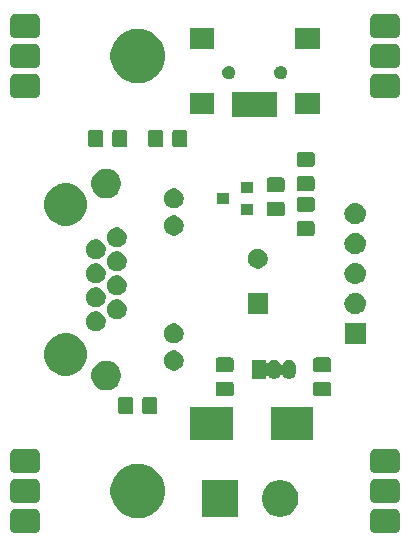
<source format=gts>
G04 #@! TF.GenerationSoftware,KiCad,Pcbnew,5.0.1+dfsg1-2*
G04 #@! TF.CreationDate,2018-12-02T21:23:52+01:00*
G04 #@! TF.ProjectId,rj45-sk6812-adapter,726A34352D736B363831322D61646170,rev?*
G04 #@! TF.SameCoordinates,Original*
G04 #@! TF.FileFunction,Soldermask,Top*
G04 #@! TF.FilePolarity,Negative*
%FSLAX46Y46*%
G04 Gerber Fmt 4.6, Leading zero omitted, Abs format (unit mm)*
G04 Created by KiCad (PCBNEW 5.0.1+dfsg1-2) date So 02 Dez 2018 21:23:52 CET*
%MOMM*%
%LPD*%
G01*
G04 APERTURE LIST*
%ADD10C,0.100000*%
G04 APERTURE END LIST*
D10*
G36*
X160263210Y-99923489D02*
X160349949Y-99949802D01*
X160429891Y-99992532D01*
X160499963Y-100050037D01*
X160557468Y-100120109D01*
X160600198Y-100200051D01*
X160626511Y-100286790D01*
X160636000Y-100383140D01*
X160636000Y-101546860D01*
X160626511Y-101643210D01*
X160600198Y-101729949D01*
X160557468Y-101809891D01*
X160499963Y-101879963D01*
X160429891Y-101937468D01*
X160349949Y-101980198D01*
X160263210Y-102006511D01*
X160166860Y-102016000D01*
X158603140Y-102016000D01*
X158506790Y-102006511D01*
X158420051Y-101980198D01*
X158340109Y-101937468D01*
X158270037Y-101879963D01*
X158212532Y-101809891D01*
X158169802Y-101729949D01*
X158143489Y-101643210D01*
X158134000Y-101546860D01*
X158134000Y-100383140D01*
X158143489Y-100286790D01*
X158169802Y-100200051D01*
X158212532Y-100120109D01*
X158270037Y-100050037D01*
X158340109Y-99992532D01*
X158420051Y-99949802D01*
X158506790Y-99923489D01*
X158603140Y-99914000D01*
X160166860Y-99914000D01*
X160263210Y-99923489D01*
X160263210Y-99923489D01*
G37*
G36*
X129783210Y-99923489D02*
X129869949Y-99949802D01*
X129949891Y-99992532D01*
X130019963Y-100050037D01*
X130077468Y-100120109D01*
X130120198Y-100200051D01*
X130146511Y-100286790D01*
X130156000Y-100383140D01*
X130156000Y-101546860D01*
X130146511Y-101643210D01*
X130120198Y-101729949D01*
X130077468Y-101809891D01*
X130019963Y-101879963D01*
X129949891Y-101937468D01*
X129869949Y-101980198D01*
X129783210Y-102006511D01*
X129686860Y-102016000D01*
X128123140Y-102016000D01*
X128026790Y-102006511D01*
X127940051Y-101980198D01*
X127860109Y-101937468D01*
X127790037Y-101879963D01*
X127732532Y-101809891D01*
X127689802Y-101729949D01*
X127663489Y-101643210D01*
X127654000Y-101546860D01*
X127654000Y-100383140D01*
X127663489Y-100286790D01*
X127689802Y-100200051D01*
X127732532Y-100120109D01*
X127790037Y-100050037D01*
X127860109Y-99992532D01*
X127940051Y-99949802D01*
X128026790Y-99923489D01*
X128123140Y-99914000D01*
X129686860Y-99914000D01*
X129783210Y-99923489D01*
X129783210Y-99923489D01*
G37*
G36*
X138878903Y-96168213D02*
X139101177Y-96212426D01*
X139519932Y-96385880D01*
X139896802Y-96637696D01*
X140217304Y-96958198D01*
X140469120Y-97335068D01*
X140642574Y-97753823D01*
X140731000Y-98198371D01*
X140731000Y-98651629D01*
X140642574Y-99096177D01*
X140469120Y-99514932D01*
X140217304Y-99891802D01*
X139896802Y-100212304D01*
X139519932Y-100464120D01*
X139101177Y-100637574D01*
X138878903Y-100681787D01*
X138656630Y-100726000D01*
X138203370Y-100726000D01*
X137981097Y-100681787D01*
X137758823Y-100637574D01*
X137340068Y-100464120D01*
X136963198Y-100212304D01*
X136642696Y-99891802D01*
X136390880Y-99514932D01*
X136217426Y-99096177D01*
X136129000Y-98651629D01*
X136129000Y-98198371D01*
X136217426Y-97753823D01*
X136390880Y-97335068D01*
X136642696Y-96958198D01*
X136963198Y-96637696D01*
X137340068Y-96385880D01*
X137758823Y-96212426D01*
X137981097Y-96168213D01*
X138203370Y-96124000D01*
X138656630Y-96124000D01*
X138878903Y-96168213D01*
X138878903Y-96168213D01*
G37*
G36*
X150847527Y-97548736D02*
X150947410Y-97568604D01*
X151229674Y-97685521D01*
X151483705Y-97855259D01*
X151699741Y-98071295D01*
X151869479Y-98325326D01*
X151986396Y-98607590D01*
X152046000Y-98907240D01*
X152046000Y-99212760D01*
X151986396Y-99512410D01*
X151869479Y-99794674D01*
X151699741Y-100048705D01*
X151483705Y-100264741D01*
X151229674Y-100434479D01*
X150947410Y-100551396D01*
X150847527Y-100571264D01*
X150647762Y-100611000D01*
X150342238Y-100611000D01*
X150142473Y-100571264D01*
X150042590Y-100551396D01*
X149760326Y-100434479D01*
X149506295Y-100264741D01*
X149290259Y-100048705D01*
X149120521Y-99794674D01*
X149003604Y-99512410D01*
X148944000Y-99212760D01*
X148944000Y-98907240D01*
X149003604Y-98607590D01*
X149120521Y-98325326D01*
X149290259Y-98071295D01*
X149506295Y-97855259D01*
X149760326Y-97685521D01*
X150042590Y-97568604D01*
X150142473Y-97548736D01*
X150342238Y-97509000D01*
X150647762Y-97509000D01*
X150847527Y-97548736D01*
X150847527Y-97548736D01*
G37*
G36*
X146966000Y-100611000D02*
X143864000Y-100611000D01*
X143864000Y-97509000D01*
X146966000Y-97509000D01*
X146966000Y-100611000D01*
X146966000Y-100611000D01*
G37*
G36*
X129783210Y-97383489D02*
X129869949Y-97409802D01*
X129949891Y-97452532D01*
X130019963Y-97510037D01*
X130077468Y-97580109D01*
X130120198Y-97660051D01*
X130146511Y-97746790D01*
X130156000Y-97843140D01*
X130156000Y-99006860D01*
X130146511Y-99103210D01*
X130120198Y-99189949D01*
X130077468Y-99269891D01*
X130019963Y-99339963D01*
X129949891Y-99397468D01*
X129869949Y-99440198D01*
X129783210Y-99466511D01*
X129686860Y-99476000D01*
X128123140Y-99476000D01*
X128026790Y-99466511D01*
X127940051Y-99440198D01*
X127860109Y-99397468D01*
X127790037Y-99339963D01*
X127732532Y-99269891D01*
X127689802Y-99189949D01*
X127663489Y-99103210D01*
X127654000Y-99006860D01*
X127654000Y-97843140D01*
X127663489Y-97746790D01*
X127689802Y-97660051D01*
X127732532Y-97580109D01*
X127790037Y-97510037D01*
X127860109Y-97452532D01*
X127940051Y-97409802D01*
X128026790Y-97383489D01*
X128123140Y-97374000D01*
X129686860Y-97374000D01*
X129783210Y-97383489D01*
X129783210Y-97383489D01*
G37*
G36*
X160263210Y-97383489D02*
X160349949Y-97409802D01*
X160429891Y-97452532D01*
X160499963Y-97510037D01*
X160557468Y-97580109D01*
X160600198Y-97660051D01*
X160626511Y-97746790D01*
X160636000Y-97843140D01*
X160636000Y-99006860D01*
X160626511Y-99103210D01*
X160600198Y-99189949D01*
X160557468Y-99269891D01*
X160499963Y-99339963D01*
X160429891Y-99397468D01*
X160349949Y-99440198D01*
X160263210Y-99466511D01*
X160166860Y-99476000D01*
X158603140Y-99476000D01*
X158506790Y-99466511D01*
X158420051Y-99440198D01*
X158340109Y-99397468D01*
X158270037Y-99339963D01*
X158212532Y-99269891D01*
X158169802Y-99189949D01*
X158143489Y-99103210D01*
X158134000Y-99006860D01*
X158134000Y-97843140D01*
X158143489Y-97746790D01*
X158169802Y-97660051D01*
X158212532Y-97580109D01*
X158270037Y-97510037D01*
X158340109Y-97452532D01*
X158420051Y-97409802D01*
X158506790Y-97383489D01*
X158603140Y-97374000D01*
X160166860Y-97374000D01*
X160263210Y-97383489D01*
X160263210Y-97383489D01*
G37*
G36*
X160263210Y-94843489D02*
X160349949Y-94869802D01*
X160429891Y-94912532D01*
X160499963Y-94970037D01*
X160557468Y-95040109D01*
X160600198Y-95120051D01*
X160626511Y-95206790D01*
X160636000Y-95303140D01*
X160636000Y-96466860D01*
X160626511Y-96563210D01*
X160600198Y-96649949D01*
X160557468Y-96729891D01*
X160499963Y-96799963D01*
X160429891Y-96857468D01*
X160349949Y-96900198D01*
X160263210Y-96926511D01*
X160166860Y-96936000D01*
X158603140Y-96936000D01*
X158506790Y-96926511D01*
X158420051Y-96900198D01*
X158340109Y-96857468D01*
X158270037Y-96799963D01*
X158212532Y-96729891D01*
X158169802Y-96649949D01*
X158143489Y-96563210D01*
X158134000Y-96466860D01*
X158134000Y-95303140D01*
X158143489Y-95206790D01*
X158169802Y-95120051D01*
X158212532Y-95040109D01*
X158270037Y-94970037D01*
X158340109Y-94912532D01*
X158420051Y-94869802D01*
X158506790Y-94843489D01*
X158603140Y-94834000D01*
X160166860Y-94834000D01*
X160263210Y-94843489D01*
X160263210Y-94843489D01*
G37*
G36*
X129783210Y-94843489D02*
X129869949Y-94869802D01*
X129949891Y-94912532D01*
X130019963Y-94970037D01*
X130077468Y-95040109D01*
X130120198Y-95120051D01*
X130146511Y-95206790D01*
X130156000Y-95303140D01*
X130156000Y-96466860D01*
X130146511Y-96563210D01*
X130120198Y-96649949D01*
X130077468Y-96729891D01*
X130019963Y-96799963D01*
X129949891Y-96857468D01*
X129869949Y-96900198D01*
X129783210Y-96926511D01*
X129686860Y-96936000D01*
X128123140Y-96936000D01*
X128026790Y-96926511D01*
X127940051Y-96900198D01*
X127860109Y-96857468D01*
X127790037Y-96799963D01*
X127732532Y-96729891D01*
X127689802Y-96649949D01*
X127663489Y-96563210D01*
X127654000Y-96466860D01*
X127654000Y-95303140D01*
X127663489Y-95206790D01*
X127689802Y-95120051D01*
X127732532Y-95040109D01*
X127790037Y-94970037D01*
X127860109Y-94912532D01*
X127940051Y-94869802D01*
X128026790Y-94843489D01*
X128123140Y-94834000D01*
X129686860Y-94834000D01*
X129783210Y-94843489D01*
X129783210Y-94843489D01*
G37*
G36*
X146483000Y-94111000D02*
X142881000Y-94111000D01*
X142881000Y-91309000D01*
X146483000Y-91309000D01*
X146483000Y-94111000D01*
X146483000Y-94111000D01*
G37*
G36*
X153283000Y-94111000D02*
X149681000Y-94111000D01*
X149681000Y-91309000D01*
X153283000Y-91309000D01*
X153283000Y-94111000D01*
X153283000Y-94111000D01*
G37*
G36*
X139918677Y-90439465D02*
X139956364Y-90450898D01*
X139991103Y-90469466D01*
X140021548Y-90494452D01*
X140046534Y-90524897D01*
X140065102Y-90559636D01*
X140076535Y-90597323D01*
X140081000Y-90642661D01*
X140081000Y-91729339D01*
X140076535Y-91774677D01*
X140065102Y-91812364D01*
X140046534Y-91847103D01*
X140021548Y-91877548D01*
X139991103Y-91902534D01*
X139956364Y-91921102D01*
X139918677Y-91932535D01*
X139873339Y-91937000D01*
X139036661Y-91937000D01*
X138991323Y-91932535D01*
X138953636Y-91921102D01*
X138918897Y-91902534D01*
X138888452Y-91877548D01*
X138863466Y-91847103D01*
X138844898Y-91812364D01*
X138833465Y-91774677D01*
X138829000Y-91729339D01*
X138829000Y-90642661D01*
X138833465Y-90597323D01*
X138844898Y-90559636D01*
X138863466Y-90524897D01*
X138888452Y-90494452D01*
X138918897Y-90469466D01*
X138953636Y-90450898D01*
X138991323Y-90439465D01*
X139036661Y-90435000D01*
X139873339Y-90435000D01*
X139918677Y-90439465D01*
X139918677Y-90439465D01*
G37*
G36*
X137868677Y-90439465D02*
X137906364Y-90450898D01*
X137941103Y-90469466D01*
X137971548Y-90494452D01*
X137996534Y-90524897D01*
X138015102Y-90559636D01*
X138026535Y-90597323D01*
X138031000Y-90642661D01*
X138031000Y-91729339D01*
X138026535Y-91774677D01*
X138015102Y-91812364D01*
X137996534Y-91847103D01*
X137971548Y-91877548D01*
X137941103Y-91902534D01*
X137906364Y-91921102D01*
X137868677Y-91932535D01*
X137823339Y-91937000D01*
X136986661Y-91937000D01*
X136941323Y-91932535D01*
X136903636Y-91921102D01*
X136868897Y-91902534D01*
X136838452Y-91877548D01*
X136813466Y-91847103D01*
X136794898Y-91812364D01*
X136783465Y-91774677D01*
X136779000Y-91729339D01*
X136779000Y-90642661D01*
X136783465Y-90597323D01*
X136794898Y-90559636D01*
X136813466Y-90524897D01*
X136838452Y-90494452D01*
X136868897Y-90469466D01*
X136903636Y-90450898D01*
X136941323Y-90439465D01*
X136986661Y-90435000D01*
X137823339Y-90435000D01*
X137868677Y-90439465D01*
X137868677Y-90439465D01*
G37*
G36*
X146384677Y-89176465D02*
X146422364Y-89187898D01*
X146457103Y-89206466D01*
X146487548Y-89231452D01*
X146512534Y-89261897D01*
X146531102Y-89296636D01*
X146542535Y-89334323D01*
X146547000Y-89379661D01*
X146547000Y-90216339D01*
X146542535Y-90261677D01*
X146531102Y-90299364D01*
X146512534Y-90334103D01*
X146487548Y-90364548D01*
X146457103Y-90389534D01*
X146422364Y-90408102D01*
X146384677Y-90419535D01*
X146339339Y-90424000D01*
X145252661Y-90424000D01*
X145207323Y-90419535D01*
X145169636Y-90408102D01*
X145134897Y-90389534D01*
X145104452Y-90364548D01*
X145079466Y-90334103D01*
X145060898Y-90299364D01*
X145049465Y-90261677D01*
X145045000Y-90216339D01*
X145045000Y-89379661D01*
X145049465Y-89334323D01*
X145060898Y-89296636D01*
X145079466Y-89261897D01*
X145104452Y-89231452D01*
X145134897Y-89206466D01*
X145169636Y-89187898D01*
X145207323Y-89176465D01*
X145252661Y-89172000D01*
X146339339Y-89172000D01*
X146384677Y-89176465D01*
X146384677Y-89176465D01*
G37*
G36*
X154639677Y-89176465D02*
X154677364Y-89187898D01*
X154712103Y-89206466D01*
X154742548Y-89231452D01*
X154767534Y-89261897D01*
X154786102Y-89296636D01*
X154797535Y-89334323D01*
X154802000Y-89379661D01*
X154802000Y-90216339D01*
X154797535Y-90261677D01*
X154786102Y-90299364D01*
X154767534Y-90334103D01*
X154742548Y-90364548D01*
X154712103Y-90389534D01*
X154677364Y-90408102D01*
X154639677Y-90419535D01*
X154594339Y-90424000D01*
X153507661Y-90424000D01*
X153462323Y-90419535D01*
X153424636Y-90408102D01*
X153389897Y-90389534D01*
X153359452Y-90364548D01*
X153334466Y-90334103D01*
X153315898Y-90299364D01*
X153304465Y-90261677D01*
X153300000Y-90216339D01*
X153300000Y-89379661D01*
X153304465Y-89334323D01*
X153315898Y-89296636D01*
X153334466Y-89261897D01*
X153359452Y-89231452D01*
X153389897Y-89206466D01*
X153424636Y-89187898D01*
X153462323Y-89176465D01*
X153507661Y-89172000D01*
X154594339Y-89172000D01*
X154639677Y-89176465D01*
X154639677Y-89176465D01*
G37*
G36*
X135947635Y-87409019D02*
X136128903Y-87445075D01*
X136356571Y-87539378D01*
X136556337Y-87672858D01*
X136561469Y-87676287D01*
X136735713Y-87850531D01*
X136735715Y-87850534D01*
X136872622Y-88055429D01*
X136966925Y-88283097D01*
X137015000Y-88524787D01*
X137015000Y-88771213D01*
X136966925Y-89012903D01*
X136872622Y-89240571D01*
X136772058Y-89391075D01*
X136735713Y-89445469D01*
X136561469Y-89619713D01*
X136561466Y-89619715D01*
X136356571Y-89756622D01*
X136128903Y-89850925D01*
X135947635Y-89886981D01*
X135887214Y-89899000D01*
X135640786Y-89899000D01*
X135580365Y-89886981D01*
X135399097Y-89850925D01*
X135171429Y-89756622D01*
X134966534Y-89619715D01*
X134966531Y-89619713D01*
X134792287Y-89445469D01*
X134755942Y-89391075D01*
X134655378Y-89240571D01*
X134561075Y-89012903D01*
X134513000Y-88771213D01*
X134513000Y-88524787D01*
X134561075Y-88283097D01*
X134655378Y-88055429D01*
X134792285Y-87850534D01*
X134792287Y-87850531D01*
X134966531Y-87676287D01*
X134971663Y-87672858D01*
X135171429Y-87539378D01*
X135399097Y-87445075D01*
X135580365Y-87409019D01*
X135640786Y-87397000D01*
X135887214Y-87397000D01*
X135947635Y-87409019D01*
X135947635Y-87409019D01*
G37*
G36*
X151369915Y-87345334D02*
X151478491Y-87378271D01*
X151578556Y-87431756D01*
X151666264Y-87503736D01*
X151738244Y-87591443D01*
X151791729Y-87691508D01*
X151824666Y-87800084D01*
X151833000Y-87884702D01*
X151833000Y-88391297D01*
X151824666Y-88475916D01*
X151791729Y-88584492D01*
X151738244Y-88684557D01*
X151666264Y-88772264D01*
X151578557Y-88844244D01*
X151478492Y-88897729D01*
X151369916Y-88930666D01*
X151257000Y-88941787D01*
X151144085Y-88930666D01*
X151035509Y-88897729D01*
X150935444Y-88844244D01*
X150847737Y-88772264D01*
X150775757Y-88684557D01*
X150767442Y-88669000D01*
X150732240Y-88603143D01*
X150718627Y-88582768D01*
X150701299Y-88565441D01*
X150680925Y-88551827D01*
X150658286Y-88542450D01*
X150634253Y-88537669D01*
X150609748Y-88537669D01*
X150585715Y-88542449D01*
X150563076Y-88551827D01*
X150542701Y-88565440D01*
X150525374Y-88582768D01*
X150511760Y-88603143D01*
X150468244Y-88684557D01*
X150396264Y-88772264D01*
X150308557Y-88844244D01*
X150208492Y-88897729D01*
X150099916Y-88930666D01*
X149987000Y-88941787D01*
X149874085Y-88930666D01*
X149765509Y-88897729D01*
X149665444Y-88844244D01*
X149577737Y-88772264D01*
X149514626Y-88695364D01*
X149497299Y-88678036D01*
X149476924Y-88664423D01*
X149454285Y-88655045D01*
X149430252Y-88650265D01*
X149405748Y-88650265D01*
X149381714Y-88655046D01*
X149359075Y-88664423D01*
X149338701Y-88678037D01*
X149321373Y-88695364D01*
X149307760Y-88715739D01*
X149298382Y-88738378D01*
X149293000Y-88774663D01*
X149293000Y-88939000D01*
X148141000Y-88939000D01*
X148141000Y-87337000D01*
X149293000Y-87337000D01*
X149293000Y-87501337D01*
X149295402Y-87525723D01*
X149302515Y-87549172D01*
X149314066Y-87570783D01*
X149329612Y-87589725D01*
X149348554Y-87605271D01*
X149370165Y-87616822D01*
X149393614Y-87623935D01*
X149418000Y-87626337D01*
X149442386Y-87623935D01*
X149465835Y-87616822D01*
X149487446Y-87605271D01*
X149514626Y-87580636D01*
X149548485Y-87539379D01*
X149577736Y-87503736D01*
X149665443Y-87431756D01*
X149765508Y-87378271D01*
X149874084Y-87345334D01*
X149987000Y-87334213D01*
X150099915Y-87345334D01*
X150208491Y-87378271D01*
X150308556Y-87431756D01*
X150396264Y-87503736D01*
X150468244Y-87591443D01*
X150511767Y-87672869D01*
X150525373Y-87693232D01*
X150542700Y-87710560D01*
X150563075Y-87724174D01*
X150585713Y-87733551D01*
X150609747Y-87738332D01*
X150634251Y-87738332D01*
X150658285Y-87733552D01*
X150680924Y-87724175D01*
X150701298Y-87710561D01*
X150718626Y-87693234D01*
X150732240Y-87672858D01*
X150775756Y-87591444D01*
X150818485Y-87539379D01*
X150847736Y-87503736D01*
X150935443Y-87431756D01*
X151035508Y-87378271D01*
X151144084Y-87345334D01*
X151257000Y-87334213D01*
X151369915Y-87345334D01*
X151369915Y-87345334D01*
G37*
G36*
X132859331Y-85136211D02*
X133187092Y-85271974D01*
X133482073Y-85469074D01*
X133732926Y-85719927D01*
X133930026Y-86014908D01*
X134065789Y-86342669D01*
X134135000Y-86690616D01*
X134135000Y-87045384D01*
X134065789Y-87393331D01*
X133930026Y-87721092D01*
X133732926Y-88016073D01*
X133482073Y-88266926D01*
X133187092Y-88464026D01*
X132859331Y-88599789D01*
X132511384Y-88669000D01*
X132156616Y-88669000D01*
X131808669Y-88599789D01*
X131480908Y-88464026D01*
X131185927Y-88266926D01*
X130935074Y-88016073D01*
X130737974Y-87721092D01*
X130602211Y-87393331D01*
X130533000Y-87045384D01*
X130533000Y-86690616D01*
X130602211Y-86342669D01*
X130737974Y-86014908D01*
X130935074Y-85719927D01*
X131185927Y-85469074D01*
X131480908Y-85271974D01*
X131808669Y-85136211D01*
X132156616Y-85067000D01*
X132511384Y-85067000D01*
X132859331Y-85136211D01*
X132859331Y-85136211D01*
G37*
G36*
X146384677Y-87126465D02*
X146422364Y-87137898D01*
X146457103Y-87156466D01*
X146487548Y-87181452D01*
X146512534Y-87211897D01*
X146531102Y-87246636D01*
X146542535Y-87284323D01*
X146547000Y-87329661D01*
X146547000Y-88166339D01*
X146542535Y-88211677D01*
X146531102Y-88249364D01*
X146512534Y-88284103D01*
X146487548Y-88314548D01*
X146457103Y-88339534D01*
X146422364Y-88358102D01*
X146384677Y-88369535D01*
X146339339Y-88374000D01*
X145252661Y-88374000D01*
X145207323Y-88369535D01*
X145169636Y-88358102D01*
X145134897Y-88339534D01*
X145104452Y-88314548D01*
X145079466Y-88284103D01*
X145060898Y-88249364D01*
X145049465Y-88211677D01*
X145045000Y-88166339D01*
X145045000Y-87329661D01*
X145049465Y-87284323D01*
X145060898Y-87246636D01*
X145079466Y-87211897D01*
X145104452Y-87181452D01*
X145134897Y-87156466D01*
X145169636Y-87137898D01*
X145207323Y-87126465D01*
X145252661Y-87122000D01*
X146339339Y-87122000D01*
X146384677Y-87126465D01*
X146384677Y-87126465D01*
G37*
G36*
X154639677Y-87126465D02*
X154677364Y-87137898D01*
X154712103Y-87156466D01*
X154742548Y-87181452D01*
X154767534Y-87211897D01*
X154786102Y-87246636D01*
X154797535Y-87284323D01*
X154802000Y-87329661D01*
X154802000Y-88166339D01*
X154797535Y-88211677D01*
X154786102Y-88249364D01*
X154767534Y-88284103D01*
X154742548Y-88314548D01*
X154712103Y-88339534D01*
X154677364Y-88358102D01*
X154639677Y-88369535D01*
X154594339Y-88374000D01*
X153507661Y-88374000D01*
X153462323Y-88369535D01*
X153424636Y-88358102D01*
X153389897Y-88339534D01*
X153359452Y-88314548D01*
X153334466Y-88284103D01*
X153315898Y-88249364D01*
X153304465Y-88211677D01*
X153300000Y-88166339D01*
X153300000Y-87329661D01*
X153304465Y-87284323D01*
X153315898Y-87246636D01*
X153334466Y-87211897D01*
X153359452Y-87181452D01*
X153389897Y-87156466D01*
X153424636Y-87137898D01*
X153462323Y-87126465D01*
X153507661Y-87122000D01*
X154594339Y-87122000D01*
X154639677Y-87126465D01*
X154639677Y-87126465D01*
G37*
G36*
X141722228Y-86559703D02*
X141877100Y-86623853D01*
X142016481Y-86716985D01*
X142135015Y-86835519D01*
X142228147Y-86974900D01*
X142292297Y-87129772D01*
X142325000Y-87294184D01*
X142325000Y-87461816D01*
X142292297Y-87626228D01*
X142228147Y-87781100D01*
X142135015Y-87920481D01*
X142016481Y-88039015D01*
X141877100Y-88132147D01*
X141722228Y-88196297D01*
X141557816Y-88229000D01*
X141390184Y-88229000D01*
X141225772Y-88196297D01*
X141070900Y-88132147D01*
X140931519Y-88039015D01*
X140812985Y-87920481D01*
X140719853Y-87781100D01*
X140655703Y-87626228D01*
X140623000Y-87461816D01*
X140623000Y-87294184D01*
X140655703Y-87129772D01*
X140719853Y-86974900D01*
X140812985Y-86835519D01*
X140931519Y-86716985D01*
X141070900Y-86623853D01*
X141225772Y-86559703D01*
X141390184Y-86527000D01*
X141557816Y-86527000D01*
X141722228Y-86559703D01*
X141722228Y-86559703D01*
G37*
G36*
X157746000Y-85991000D02*
X155944000Y-85991000D01*
X155944000Y-84189000D01*
X157746000Y-84189000D01*
X157746000Y-85991000D01*
X157746000Y-85991000D01*
G37*
G36*
X141722228Y-84269703D02*
X141877100Y-84333853D01*
X142016481Y-84426985D01*
X142135015Y-84545519D01*
X142228147Y-84684900D01*
X142292297Y-84839772D01*
X142325000Y-85004184D01*
X142325000Y-85171816D01*
X142292297Y-85336228D01*
X142228147Y-85491100D01*
X142135015Y-85630481D01*
X142016481Y-85749015D01*
X141877100Y-85842147D01*
X141722228Y-85906297D01*
X141557816Y-85939000D01*
X141390184Y-85939000D01*
X141225772Y-85906297D01*
X141070900Y-85842147D01*
X140931519Y-85749015D01*
X140812985Y-85630481D01*
X140719853Y-85491100D01*
X140655703Y-85336228D01*
X140623000Y-85171816D01*
X140623000Y-85004184D01*
X140655703Y-84839772D01*
X140719853Y-84684900D01*
X140812985Y-84545519D01*
X140931519Y-84426985D01*
X141070900Y-84333853D01*
X141225772Y-84269703D01*
X141390184Y-84237000D01*
X141557816Y-84237000D01*
X141722228Y-84269703D01*
X141722228Y-84269703D01*
G37*
G36*
X135122228Y-83244703D02*
X135277100Y-83308853D01*
X135416481Y-83401985D01*
X135535015Y-83520519D01*
X135628147Y-83659900D01*
X135692297Y-83814772D01*
X135725000Y-83979184D01*
X135725000Y-84146816D01*
X135692297Y-84311228D01*
X135628147Y-84466100D01*
X135535015Y-84605481D01*
X135416481Y-84724015D01*
X135277100Y-84817147D01*
X135122228Y-84881297D01*
X134957816Y-84914000D01*
X134790184Y-84914000D01*
X134625772Y-84881297D01*
X134470900Y-84817147D01*
X134331519Y-84724015D01*
X134212985Y-84605481D01*
X134119853Y-84466100D01*
X134055703Y-84311228D01*
X134023000Y-84146816D01*
X134023000Y-83979184D01*
X134055703Y-83814772D01*
X134119853Y-83659900D01*
X134212985Y-83520519D01*
X134331519Y-83401985D01*
X134470900Y-83308853D01*
X134625772Y-83244703D01*
X134790184Y-83212000D01*
X134957816Y-83212000D01*
X135122228Y-83244703D01*
X135122228Y-83244703D01*
G37*
G36*
X136902228Y-82229703D02*
X137057100Y-82293853D01*
X137196481Y-82386985D01*
X137315015Y-82505519D01*
X137408147Y-82644900D01*
X137472297Y-82799772D01*
X137505000Y-82964184D01*
X137505000Y-83131816D01*
X137472297Y-83296228D01*
X137408147Y-83451100D01*
X137315015Y-83590481D01*
X137196481Y-83709015D01*
X137057100Y-83802147D01*
X136902228Y-83866297D01*
X136737816Y-83899000D01*
X136570184Y-83899000D01*
X136405772Y-83866297D01*
X136250900Y-83802147D01*
X136111519Y-83709015D01*
X135992985Y-83590481D01*
X135899853Y-83451100D01*
X135835703Y-83296228D01*
X135803000Y-83131816D01*
X135803000Y-82964184D01*
X135835703Y-82799772D01*
X135899853Y-82644900D01*
X135992985Y-82505519D01*
X136111519Y-82386985D01*
X136250900Y-82293853D01*
X136405772Y-82229703D01*
X136570184Y-82197000D01*
X136737816Y-82197000D01*
X136902228Y-82229703D01*
X136902228Y-82229703D01*
G37*
G36*
X156955443Y-81655519D02*
X157021627Y-81662037D01*
X157134853Y-81696384D01*
X157191467Y-81713557D01*
X157324699Y-81784772D01*
X157347991Y-81797222D01*
X157383729Y-81826552D01*
X157485186Y-81909814D01*
X157568448Y-82011271D01*
X157597778Y-82047009D01*
X157597779Y-82047011D01*
X157681443Y-82203533D01*
X157681443Y-82203534D01*
X157732963Y-82373373D01*
X157750359Y-82550000D01*
X157732963Y-82726627D01*
X157714605Y-82787146D01*
X157681443Y-82896467D01*
X157645247Y-82964184D01*
X157597778Y-83052991D01*
X157568448Y-83088729D01*
X157485186Y-83190186D01*
X157383729Y-83273448D01*
X157347991Y-83302778D01*
X157347989Y-83302779D01*
X157191467Y-83386443D01*
X157134853Y-83403616D01*
X157021627Y-83437963D01*
X156955443Y-83444481D01*
X156889260Y-83451000D01*
X156800740Y-83451000D01*
X156734557Y-83444481D01*
X156668373Y-83437963D01*
X156555147Y-83403616D01*
X156498533Y-83386443D01*
X156342011Y-83302779D01*
X156342009Y-83302778D01*
X156306271Y-83273448D01*
X156204814Y-83190186D01*
X156121552Y-83088729D01*
X156092222Y-83052991D01*
X156044753Y-82964184D01*
X156008557Y-82896467D01*
X155975395Y-82787146D01*
X155957037Y-82726627D01*
X155939641Y-82550000D01*
X155957037Y-82373373D01*
X156008557Y-82203534D01*
X156008557Y-82203533D01*
X156092221Y-82047011D01*
X156092222Y-82047009D01*
X156121552Y-82011271D01*
X156204814Y-81909814D01*
X156306271Y-81826552D01*
X156342009Y-81797222D01*
X156365301Y-81784772D01*
X156498533Y-81713557D01*
X156555147Y-81696384D01*
X156668373Y-81662037D01*
X156734557Y-81655519D01*
X156800740Y-81649000D01*
X156889260Y-81649000D01*
X156955443Y-81655519D01*
X156955443Y-81655519D01*
G37*
G36*
X149441000Y-83401000D02*
X147739000Y-83401000D01*
X147739000Y-81699000D01*
X149441000Y-81699000D01*
X149441000Y-83401000D01*
X149441000Y-83401000D01*
G37*
G36*
X135122228Y-81214703D02*
X135277100Y-81278853D01*
X135416481Y-81371985D01*
X135535015Y-81490519D01*
X135628147Y-81629900D01*
X135692297Y-81784772D01*
X135725000Y-81949184D01*
X135725000Y-82116816D01*
X135692297Y-82281228D01*
X135628147Y-82436100D01*
X135535015Y-82575481D01*
X135416481Y-82694015D01*
X135277100Y-82787147D01*
X135122228Y-82851297D01*
X134957816Y-82884000D01*
X134790184Y-82884000D01*
X134625772Y-82851297D01*
X134470900Y-82787147D01*
X134331519Y-82694015D01*
X134212985Y-82575481D01*
X134119853Y-82436100D01*
X134055703Y-82281228D01*
X134023000Y-82116816D01*
X134023000Y-81949184D01*
X134055703Y-81784772D01*
X134119853Y-81629900D01*
X134212985Y-81490519D01*
X134331519Y-81371985D01*
X134470900Y-81278853D01*
X134625772Y-81214703D01*
X134790184Y-81182000D01*
X134957816Y-81182000D01*
X135122228Y-81214703D01*
X135122228Y-81214703D01*
G37*
G36*
X136902228Y-80199703D02*
X137057100Y-80263853D01*
X137196481Y-80356985D01*
X137315015Y-80475519D01*
X137408147Y-80614900D01*
X137472297Y-80769772D01*
X137505000Y-80934184D01*
X137505000Y-81101816D01*
X137472297Y-81266228D01*
X137408147Y-81421100D01*
X137315015Y-81560481D01*
X137196481Y-81679015D01*
X137057100Y-81772147D01*
X136902228Y-81836297D01*
X136737816Y-81869000D01*
X136570184Y-81869000D01*
X136405772Y-81836297D01*
X136250900Y-81772147D01*
X136111519Y-81679015D01*
X135992985Y-81560481D01*
X135899853Y-81421100D01*
X135835703Y-81266228D01*
X135803000Y-81101816D01*
X135803000Y-80934184D01*
X135835703Y-80769772D01*
X135899853Y-80614900D01*
X135992985Y-80475519D01*
X136111519Y-80356985D01*
X136250900Y-80263853D01*
X136405772Y-80199703D01*
X136570184Y-80167000D01*
X136737816Y-80167000D01*
X136902228Y-80199703D01*
X136902228Y-80199703D01*
G37*
G36*
X156955443Y-79115519D02*
X157021627Y-79122037D01*
X157120402Y-79152000D01*
X157191467Y-79173557D01*
X157308714Y-79236228D01*
X157347991Y-79257222D01*
X157383729Y-79286552D01*
X157485186Y-79369814D01*
X157568448Y-79471271D01*
X157597778Y-79507009D01*
X157597779Y-79507011D01*
X157681443Y-79663533D01*
X157681443Y-79663534D01*
X157732963Y-79833373D01*
X157750359Y-80010000D01*
X157732963Y-80186627D01*
X157709537Y-80263853D01*
X157681443Y-80356467D01*
X157654913Y-80406100D01*
X157597778Y-80512991D01*
X157571114Y-80545481D01*
X157485186Y-80650186D01*
X157383729Y-80733448D01*
X157347991Y-80762778D01*
X157347989Y-80762779D01*
X157191467Y-80846443D01*
X157166554Y-80854000D01*
X157021627Y-80897963D01*
X156955442Y-80904482D01*
X156889260Y-80911000D01*
X156800740Y-80911000D01*
X156734558Y-80904482D01*
X156668373Y-80897963D01*
X156523446Y-80854000D01*
X156498533Y-80846443D01*
X156342011Y-80762779D01*
X156342009Y-80762778D01*
X156306271Y-80733448D01*
X156204814Y-80650186D01*
X156118886Y-80545481D01*
X156092222Y-80512991D01*
X156035087Y-80406100D01*
X156008557Y-80356467D01*
X155980463Y-80263853D01*
X155957037Y-80186627D01*
X155939641Y-80010000D01*
X155957037Y-79833373D01*
X156008557Y-79663534D01*
X156008557Y-79663533D01*
X156092221Y-79507011D01*
X156092222Y-79507009D01*
X156121552Y-79471271D01*
X156204814Y-79369814D01*
X156306271Y-79286552D01*
X156342009Y-79257222D01*
X156381286Y-79236228D01*
X156498533Y-79173557D01*
X156569598Y-79152000D01*
X156668373Y-79122037D01*
X156734557Y-79115519D01*
X156800740Y-79109000D01*
X156889260Y-79109000D01*
X156955443Y-79115519D01*
X156955443Y-79115519D01*
G37*
G36*
X135122228Y-79184703D02*
X135277100Y-79248853D01*
X135416481Y-79341985D01*
X135535015Y-79460519D01*
X135628147Y-79599900D01*
X135692297Y-79754772D01*
X135725000Y-79919184D01*
X135725000Y-80086816D01*
X135692297Y-80251228D01*
X135628147Y-80406100D01*
X135535015Y-80545481D01*
X135416481Y-80664015D01*
X135277100Y-80757147D01*
X135122228Y-80821297D01*
X134957816Y-80854000D01*
X134790184Y-80854000D01*
X134625772Y-80821297D01*
X134470900Y-80757147D01*
X134331519Y-80664015D01*
X134212985Y-80545481D01*
X134119853Y-80406100D01*
X134055703Y-80251228D01*
X134023000Y-80086816D01*
X134023000Y-79919184D01*
X134055703Y-79754772D01*
X134119853Y-79599900D01*
X134212985Y-79460519D01*
X134331519Y-79341985D01*
X134470900Y-79248853D01*
X134625772Y-79184703D01*
X134790184Y-79152000D01*
X134957816Y-79152000D01*
X135122228Y-79184703D01*
X135122228Y-79184703D01*
G37*
G36*
X136902228Y-78169703D02*
X137057100Y-78233853D01*
X137196481Y-78326985D01*
X137315015Y-78445519D01*
X137408147Y-78584900D01*
X137472297Y-78739772D01*
X137505000Y-78904184D01*
X137505000Y-79071816D01*
X137472297Y-79236228D01*
X137408147Y-79391100D01*
X137315015Y-79530481D01*
X137196481Y-79649015D01*
X137057100Y-79742147D01*
X136902228Y-79806297D01*
X136737816Y-79839000D01*
X136570184Y-79839000D01*
X136405772Y-79806297D01*
X136250900Y-79742147D01*
X136111519Y-79649015D01*
X135992985Y-79530481D01*
X135899853Y-79391100D01*
X135835703Y-79236228D01*
X135803000Y-79071816D01*
X135803000Y-78904184D01*
X135835703Y-78739772D01*
X135899853Y-78584900D01*
X135992985Y-78445519D01*
X136111519Y-78326985D01*
X136250900Y-78233853D01*
X136405772Y-78169703D01*
X136570184Y-78137000D01*
X136737816Y-78137000D01*
X136902228Y-78169703D01*
X136902228Y-78169703D01*
G37*
G36*
X148838228Y-77931703D02*
X148993100Y-77995853D01*
X149132481Y-78088985D01*
X149251015Y-78207519D01*
X149344147Y-78346900D01*
X149408297Y-78501772D01*
X149441000Y-78666184D01*
X149441000Y-78833816D01*
X149408297Y-78998228D01*
X149344147Y-79153100D01*
X149251015Y-79292481D01*
X149132481Y-79411015D01*
X148993100Y-79504147D01*
X148838228Y-79568297D01*
X148673816Y-79601000D01*
X148506184Y-79601000D01*
X148341772Y-79568297D01*
X148186900Y-79504147D01*
X148047519Y-79411015D01*
X147928985Y-79292481D01*
X147835853Y-79153100D01*
X147771703Y-78998228D01*
X147739000Y-78833816D01*
X147739000Y-78666184D01*
X147771703Y-78501772D01*
X147835853Y-78346900D01*
X147928985Y-78207519D01*
X148047519Y-78088985D01*
X148186900Y-77995853D01*
X148341772Y-77931703D01*
X148506184Y-77899000D01*
X148673816Y-77899000D01*
X148838228Y-77931703D01*
X148838228Y-77931703D01*
G37*
G36*
X135122228Y-77154703D02*
X135277100Y-77218853D01*
X135416481Y-77311985D01*
X135535015Y-77430519D01*
X135628147Y-77569900D01*
X135692297Y-77724772D01*
X135725000Y-77889184D01*
X135725000Y-78056816D01*
X135692297Y-78221228D01*
X135628147Y-78376100D01*
X135535015Y-78515481D01*
X135416481Y-78634015D01*
X135277100Y-78727147D01*
X135122228Y-78791297D01*
X134957816Y-78824000D01*
X134790184Y-78824000D01*
X134625772Y-78791297D01*
X134470900Y-78727147D01*
X134331519Y-78634015D01*
X134212985Y-78515481D01*
X134119853Y-78376100D01*
X134055703Y-78221228D01*
X134023000Y-78056816D01*
X134023000Y-77889184D01*
X134055703Y-77724772D01*
X134119853Y-77569900D01*
X134212985Y-77430519D01*
X134331519Y-77311985D01*
X134470900Y-77218853D01*
X134625772Y-77154703D01*
X134790184Y-77122000D01*
X134957816Y-77122000D01*
X135122228Y-77154703D01*
X135122228Y-77154703D01*
G37*
G36*
X156955443Y-76575519D02*
X157021627Y-76582037D01*
X157133341Y-76615925D01*
X157191467Y-76633557D01*
X157264654Y-76672677D01*
X157347991Y-76717222D01*
X157381964Y-76745103D01*
X157485186Y-76829814D01*
X157568448Y-76931271D01*
X157597778Y-76967009D01*
X157597779Y-76967011D01*
X157681443Y-77123533D01*
X157681443Y-77123534D01*
X157732963Y-77293373D01*
X157750359Y-77470000D01*
X157732963Y-77646627D01*
X157713088Y-77712146D01*
X157681443Y-77816467D01*
X157619847Y-77931703D01*
X157597778Y-77972991D01*
X157568448Y-78008729D01*
X157485186Y-78110186D01*
X157383729Y-78193448D01*
X157347991Y-78222778D01*
X157347989Y-78222779D01*
X157191467Y-78306443D01*
X157134853Y-78323616D01*
X157021627Y-78357963D01*
X156955443Y-78364481D01*
X156889260Y-78371000D01*
X156800740Y-78371000D01*
X156734557Y-78364481D01*
X156668373Y-78357963D01*
X156555147Y-78323616D01*
X156498533Y-78306443D01*
X156342011Y-78222779D01*
X156342009Y-78222778D01*
X156306271Y-78193448D01*
X156204814Y-78110186D01*
X156121552Y-78008729D01*
X156092222Y-77972991D01*
X156070153Y-77931703D01*
X156008557Y-77816467D01*
X155976912Y-77712146D01*
X155957037Y-77646627D01*
X155939641Y-77470000D01*
X155957037Y-77293373D01*
X156008557Y-77123534D01*
X156008557Y-77123533D01*
X156092221Y-76967011D01*
X156092222Y-76967009D01*
X156121552Y-76931271D01*
X156204814Y-76829814D01*
X156308036Y-76745103D01*
X156342009Y-76717222D01*
X156425346Y-76672677D01*
X156498533Y-76633557D01*
X156556659Y-76615925D01*
X156668373Y-76582037D01*
X156734557Y-76575519D01*
X156800740Y-76569000D01*
X156889260Y-76569000D01*
X156955443Y-76575519D01*
X156955443Y-76575519D01*
G37*
G36*
X136902228Y-76139703D02*
X137057100Y-76203853D01*
X137196481Y-76296985D01*
X137315015Y-76415519D01*
X137408147Y-76554900D01*
X137472297Y-76709772D01*
X137505000Y-76874184D01*
X137505000Y-77041816D01*
X137472297Y-77206228D01*
X137408147Y-77361100D01*
X137315015Y-77500481D01*
X137196481Y-77619015D01*
X137057100Y-77712147D01*
X136902228Y-77776297D01*
X136737816Y-77809000D01*
X136570184Y-77809000D01*
X136405772Y-77776297D01*
X136250900Y-77712147D01*
X136111519Y-77619015D01*
X135992985Y-77500481D01*
X135899853Y-77361100D01*
X135835703Y-77206228D01*
X135803000Y-77041816D01*
X135803000Y-76874184D01*
X135835703Y-76709772D01*
X135899853Y-76554900D01*
X135992985Y-76415519D01*
X136111519Y-76296985D01*
X136250900Y-76203853D01*
X136405772Y-76139703D01*
X136570184Y-76107000D01*
X136737816Y-76107000D01*
X136902228Y-76139703D01*
X136902228Y-76139703D01*
G37*
G36*
X153242677Y-75587465D02*
X153280364Y-75598898D01*
X153315103Y-75617466D01*
X153345548Y-75642452D01*
X153370534Y-75672897D01*
X153389102Y-75707636D01*
X153400535Y-75745323D01*
X153405000Y-75790661D01*
X153405000Y-76627339D01*
X153400535Y-76672677D01*
X153389102Y-76710364D01*
X153370534Y-76745103D01*
X153345548Y-76775548D01*
X153315103Y-76800534D01*
X153280364Y-76819102D01*
X153242677Y-76830535D01*
X153197339Y-76835000D01*
X152110661Y-76835000D01*
X152065323Y-76830535D01*
X152027636Y-76819102D01*
X151992897Y-76800534D01*
X151962452Y-76775548D01*
X151937466Y-76745103D01*
X151918898Y-76710364D01*
X151907465Y-76672677D01*
X151903000Y-76627339D01*
X151903000Y-75790661D01*
X151907465Y-75745323D01*
X151918898Y-75707636D01*
X151937466Y-75672897D01*
X151962452Y-75642452D01*
X151992897Y-75617466D01*
X152027636Y-75598898D01*
X152065323Y-75587465D01*
X152110661Y-75583000D01*
X153197339Y-75583000D01*
X153242677Y-75587465D01*
X153242677Y-75587465D01*
G37*
G36*
X141722228Y-75129703D02*
X141877100Y-75193853D01*
X142016481Y-75286985D01*
X142135015Y-75405519D01*
X142228147Y-75544900D01*
X142292297Y-75699772D01*
X142325000Y-75864184D01*
X142325000Y-76031816D01*
X142292297Y-76196228D01*
X142228147Y-76351100D01*
X142135015Y-76490481D01*
X142016481Y-76609015D01*
X141877100Y-76702147D01*
X141722228Y-76766297D01*
X141557816Y-76799000D01*
X141390184Y-76799000D01*
X141225772Y-76766297D01*
X141070900Y-76702147D01*
X140931519Y-76609015D01*
X140812985Y-76490481D01*
X140719853Y-76351100D01*
X140655703Y-76196228D01*
X140623000Y-76031816D01*
X140623000Y-75864184D01*
X140655703Y-75699772D01*
X140719853Y-75544900D01*
X140812985Y-75405519D01*
X140931519Y-75286985D01*
X141070900Y-75193853D01*
X141225772Y-75129703D01*
X141390184Y-75097000D01*
X141557816Y-75097000D01*
X141722228Y-75129703D01*
X141722228Y-75129703D01*
G37*
G36*
X132859331Y-72436211D02*
X133187092Y-72571974D01*
X133482073Y-72769074D01*
X133732926Y-73019927D01*
X133930026Y-73314908D01*
X134065789Y-73642669D01*
X134135000Y-73990616D01*
X134135000Y-74345384D01*
X134065789Y-74693331D01*
X133930026Y-75021092D01*
X133732926Y-75316073D01*
X133482073Y-75566926D01*
X133187092Y-75764026D01*
X132859331Y-75899789D01*
X132511384Y-75969000D01*
X132156616Y-75969000D01*
X131808669Y-75899789D01*
X131480908Y-75764026D01*
X131185927Y-75566926D01*
X130935074Y-75316073D01*
X130737974Y-75021092D01*
X130602211Y-74693331D01*
X130533000Y-74345384D01*
X130533000Y-73990616D01*
X130602211Y-73642669D01*
X130737974Y-73314908D01*
X130935074Y-73019927D01*
X131185927Y-72769074D01*
X131480908Y-72571974D01*
X131808669Y-72436211D01*
X132156616Y-72367000D01*
X132511384Y-72367000D01*
X132859331Y-72436211D01*
X132859331Y-72436211D01*
G37*
G36*
X156955442Y-74035518D02*
X157021627Y-74042037D01*
X157084469Y-74061100D01*
X157191467Y-74093557D01*
X157277720Y-74139661D01*
X157347991Y-74177222D01*
X157376332Y-74200481D01*
X157485186Y-74289814D01*
X157530790Y-74345384D01*
X157597778Y-74427009D01*
X157597779Y-74427011D01*
X157681443Y-74583533D01*
X157681443Y-74583534D01*
X157732963Y-74753373D01*
X157750359Y-74930000D01*
X157732963Y-75106627D01*
X157709492Y-75184000D01*
X157681443Y-75276467D01*
X157612462Y-75405519D01*
X157597778Y-75432991D01*
X157568448Y-75468729D01*
X157485186Y-75570186D01*
X157413679Y-75628869D01*
X157347991Y-75682778D01*
X157347989Y-75682779D01*
X157191467Y-75766443D01*
X157134853Y-75783616D01*
X157021627Y-75817963D01*
X156955442Y-75824482D01*
X156889260Y-75831000D01*
X156800740Y-75831000D01*
X156734558Y-75824482D01*
X156668373Y-75817963D01*
X156555147Y-75783616D01*
X156498533Y-75766443D01*
X156342011Y-75682779D01*
X156342009Y-75682778D01*
X156276321Y-75628869D01*
X156204814Y-75570186D01*
X156121552Y-75468729D01*
X156092222Y-75432991D01*
X156077538Y-75405519D01*
X156008557Y-75276467D01*
X155980508Y-75184000D01*
X155957037Y-75106627D01*
X155939641Y-74930000D01*
X155957037Y-74753373D01*
X156008557Y-74583534D01*
X156008557Y-74583533D01*
X156092221Y-74427011D01*
X156092222Y-74427009D01*
X156159210Y-74345384D01*
X156204814Y-74289814D01*
X156313668Y-74200481D01*
X156342009Y-74177222D01*
X156412280Y-74139661D01*
X156498533Y-74093557D01*
X156605531Y-74061100D01*
X156668373Y-74042037D01*
X156734558Y-74035518D01*
X156800740Y-74029000D01*
X156889260Y-74029000D01*
X156955442Y-74035518D01*
X156955442Y-74035518D01*
G37*
G36*
X150702677Y-73936465D02*
X150740364Y-73947898D01*
X150775103Y-73966466D01*
X150805548Y-73991452D01*
X150830534Y-74021897D01*
X150849102Y-74056636D01*
X150860535Y-74094323D01*
X150865000Y-74139661D01*
X150865000Y-74976339D01*
X150860535Y-75021677D01*
X150849102Y-75059364D01*
X150830534Y-75094103D01*
X150805548Y-75124548D01*
X150775103Y-75149534D01*
X150740364Y-75168102D01*
X150702677Y-75179535D01*
X150657339Y-75184000D01*
X149570661Y-75184000D01*
X149525323Y-75179535D01*
X149487636Y-75168102D01*
X149452897Y-75149534D01*
X149422452Y-75124548D01*
X149397466Y-75094103D01*
X149378898Y-75059364D01*
X149367465Y-75021677D01*
X149363000Y-74976339D01*
X149363000Y-74139661D01*
X149367465Y-74094323D01*
X149378898Y-74056636D01*
X149397466Y-74021897D01*
X149422452Y-73991452D01*
X149452897Y-73966466D01*
X149487636Y-73947898D01*
X149525323Y-73936465D01*
X149570661Y-73932000D01*
X150657339Y-73932000D01*
X150702677Y-73936465D01*
X150702677Y-73936465D01*
G37*
G36*
X148186000Y-75061000D02*
X147184000Y-75061000D01*
X147184000Y-74159000D01*
X148186000Y-74159000D01*
X148186000Y-75061000D01*
X148186000Y-75061000D01*
G37*
G36*
X153242677Y-73537465D02*
X153280364Y-73548898D01*
X153315103Y-73567466D01*
X153345548Y-73592452D01*
X153370534Y-73622897D01*
X153389102Y-73657636D01*
X153400535Y-73695323D01*
X153405000Y-73740661D01*
X153405000Y-74577339D01*
X153400535Y-74622677D01*
X153389102Y-74660364D01*
X153370534Y-74695103D01*
X153345548Y-74725548D01*
X153315103Y-74750534D01*
X153280364Y-74769102D01*
X153242677Y-74780535D01*
X153197339Y-74785000D01*
X152110661Y-74785000D01*
X152065323Y-74780535D01*
X152027636Y-74769102D01*
X151992897Y-74750534D01*
X151962452Y-74725548D01*
X151937466Y-74695103D01*
X151918898Y-74660364D01*
X151907465Y-74622677D01*
X151903000Y-74577339D01*
X151903000Y-73740661D01*
X151907465Y-73695323D01*
X151918898Y-73657636D01*
X151937466Y-73622897D01*
X151962452Y-73592452D01*
X151992897Y-73567466D01*
X152027636Y-73548898D01*
X152065323Y-73537465D01*
X152110661Y-73533000D01*
X153197339Y-73533000D01*
X153242677Y-73537465D01*
X153242677Y-73537465D01*
G37*
G36*
X141722228Y-72839703D02*
X141877100Y-72903853D01*
X142016481Y-72996985D01*
X142135015Y-73115519D01*
X142228147Y-73254900D01*
X142292297Y-73409772D01*
X142325000Y-73574184D01*
X142325000Y-73741816D01*
X142292297Y-73906228D01*
X142228147Y-74061100D01*
X142135015Y-74200481D01*
X142016481Y-74319015D01*
X141877100Y-74412147D01*
X141722228Y-74476297D01*
X141557816Y-74509000D01*
X141390184Y-74509000D01*
X141225772Y-74476297D01*
X141070900Y-74412147D01*
X140931519Y-74319015D01*
X140812985Y-74200481D01*
X140719853Y-74061100D01*
X140655703Y-73906228D01*
X140623000Y-73741816D01*
X140623000Y-73574184D01*
X140655703Y-73409772D01*
X140719853Y-73254900D01*
X140812985Y-73115519D01*
X140931519Y-72996985D01*
X141070900Y-72903853D01*
X141225772Y-72839703D01*
X141390184Y-72807000D01*
X141557816Y-72807000D01*
X141722228Y-72839703D01*
X141722228Y-72839703D01*
G37*
G36*
X146186000Y-74111000D02*
X145184000Y-74111000D01*
X145184000Y-73209000D01*
X146186000Y-73209000D01*
X146186000Y-74111000D01*
X146186000Y-74111000D01*
G37*
G36*
X135947635Y-71149019D02*
X136128903Y-71185075D01*
X136356571Y-71279378D01*
X136560542Y-71415668D01*
X136561469Y-71416287D01*
X136735713Y-71590531D01*
X136735715Y-71590534D01*
X136872622Y-71795429D01*
X136966925Y-72023097D01*
X137015000Y-72264787D01*
X137015000Y-72511213D01*
X136966925Y-72752903D01*
X136872622Y-72980571D01*
X136752063Y-73161000D01*
X136735713Y-73185469D01*
X136561469Y-73359713D01*
X136561466Y-73359715D01*
X136356571Y-73496622D01*
X136128903Y-73590925D01*
X135968168Y-73622897D01*
X135887214Y-73639000D01*
X135640786Y-73639000D01*
X135559832Y-73622897D01*
X135399097Y-73590925D01*
X135171429Y-73496622D01*
X134966534Y-73359715D01*
X134966531Y-73359713D01*
X134792287Y-73185469D01*
X134775937Y-73161000D01*
X134655378Y-72980571D01*
X134561075Y-72752903D01*
X134513000Y-72511213D01*
X134513000Y-72264787D01*
X134561075Y-72023097D01*
X134655378Y-71795429D01*
X134792285Y-71590534D01*
X134792287Y-71590531D01*
X134966531Y-71416287D01*
X134967458Y-71415668D01*
X135171429Y-71279378D01*
X135399097Y-71185075D01*
X135580365Y-71149019D01*
X135640786Y-71137000D01*
X135887214Y-71137000D01*
X135947635Y-71149019D01*
X135947635Y-71149019D01*
G37*
G36*
X148186000Y-73161000D02*
X147184000Y-73161000D01*
X147184000Y-72259000D01*
X148186000Y-72259000D01*
X148186000Y-73161000D01*
X148186000Y-73161000D01*
G37*
G36*
X150702677Y-71886465D02*
X150740364Y-71897898D01*
X150775103Y-71916466D01*
X150805548Y-71941452D01*
X150830534Y-71971897D01*
X150849102Y-72006636D01*
X150860535Y-72044323D01*
X150865000Y-72089661D01*
X150865000Y-72926339D01*
X150860535Y-72971677D01*
X150849102Y-73009364D01*
X150830534Y-73044103D01*
X150805548Y-73074548D01*
X150775103Y-73099534D01*
X150740364Y-73118102D01*
X150702677Y-73129535D01*
X150657339Y-73134000D01*
X149570661Y-73134000D01*
X149525323Y-73129535D01*
X149487636Y-73118102D01*
X149452897Y-73099534D01*
X149422452Y-73074548D01*
X149397466Y-73044103D01*
X149378898Y-73009364D01*
X149367465Y-72971677D01*
X149363000Y-72926339D01*
X149363000Y-72089661D01*
X149367465Y-72044323D01*
X149378898Y-72006636D01*
X149397466Y-71971897D01*
X149422452Y-71941452D01*
X149452897Y-71916466D01*
X149487636Y-71897898D01*
X149525323Y-71886465D01*
X149570661Y-71882000D01*
X150657339Y-71882000D01*
X150702677Y-71886465D01*
X150702677Y-71886465D01*
G37*
G36*
X153242677Y-71777465D02*
X153280364Y-71788898D01*
X153315103Y-71807466D01*
X153345548Y-71832452D01*
X153370534Y-71862897D01*
X153389102Y-71897636D01*
X153400535Y-71935323D01*
X153405000Y-71980661D01*
X153405000Y-72817339D01*
X153400535Y-72862677D01*
X153389102Y-72900364D01*
X153370534Y-72935103D01*
X153345548Y-72965548D01*
X153315103Y-72990534D01*
X153280364Y-73009102D01*
X153242677Y-73020535D01*
X153197339Y-73025000D01*
X152110661Y-73025000D01*
X152065323Y-73020535D01*
X152027636Y-73009102D01*
X151992897Y-72990534D01*
X151962452Y-72965548D01*
X151937466Y-72935103D01*
X151918898Y-72900364D01*
X151907465Y-72862677D01*
X151903000Y-72817339D01*
X151903000Y-71980661D01*
X151907465Y-71935323D01*
X151918898Y-71897636D01*
X151937466Y-71862897D01*
X151962452Y-71832452D01*
X151992897Y-71807466D01*
X152027636Y-71788898D01*
X152065323Y-71777465D01*
X152110661Y-71773000D01*
X153197339Y-71773000D01*
X153242677Y-71777465D01*
X153242677Y-71777465D01*
G37*
G36*
X153242677Y-69727465D02*
X153280364Y-69738898D01*
X153315103Y-69757466D01*
X153345548Y-69782452D01*
X153370534Y-69812897D01*
X153389102Y-69847636D01*
X153400535Y-69885323D01*
X153405000Y-69930661D01*
X153405000Y-70767339D01*
X153400535Y-70812677D01*
X153389102Y-70850364D01*
X153370534Y-70885103D01*
X153345548Y-70915548D01*
X153315103Y-70940534D01*
X153280364Y-70959102D01*
X153242677Y-70970535D01*
X153197339Y-70975000D01*
X152110661Y-70975000D01*
X152065323Y-70970535D01*
X152027636Y-70959102D01*
X151992897Y-70940534D01*
X151962452Y-70915548D01*
X151937466Y-70885103D01*
X151918898Y-70850364D01*
X151907465Y-70812677D01*
X151903000Y-70767339D01*
X151903000Y-69930661D01*
X151907465Y-69885323D01*
X151918898Y-69847636D01*
X151937466Y-69812897D01*
X151962452Y-69782452D01*
X151992897Y-69757466D01*
X152027636Y-69738898D01*
X152065323Y-69727465D01*
X152110661Y-69723000D01*
X153197339Y-69723000D01*
X153242677Y-69727465D01*
X153242677Y-69727465D01*
G37*
G36*
X137378677Y-67833465D02*
X137416364Y-67844898D01*
X137451103Y-67863466D01*
X137481548Y-67888452D01*
X137506534Y-67918897D01*
X137525102Y-67953636D01*
X137536535Y-67991323D01*
X137541000Y-68036661D01*
X137541000Y-69123339D01*
X137536535Y-69168677D01*
X137525102Y-69206364D01*
X137506534Y-69241103D01*
X137481548Y-69271548D01*
X137451103Y-69296534D01*
X137416364Y-69315102D01*
X137378677Y-69326535D01*
X137333339Y-69331000D01*
X136496661Y-69331000D01*
X136451323Y-69326535D01*
X136413636Y-69315102D01*
X136378897Y-69296534D01*
X136348452Y-69271548D01*
X136323466Y-69241103D01*
X136304898Y-69206364D01*
X136293465Y-69168677D01*
X136289000Y-69123339D01*
X136289000Y-68036661D01*
X136293465Y-67991323D01*
X136304898Y-67953636D01*
X136323466Y-67918897D01*
X136348452Y-67888452D01*
X136378897Y-67863466D01*
X136413636Y-67844898D01*
X136451323Y-67833465D01*
X136496661Y-67829000D01*
X137333339Y-67829000D01*
X137378677Y-67833465D01*
X137378677Y-67833465D01*
G37*
G36*
X140408677Y-67833465D02*
X140446364Y-67844898D01*
X140481103Y-67863466D01*
X140511548Y-67888452D01*
X140536534Y-67918897D01*
X140555102Y-67953636D01*
X140566535Y-67991323D01*
X140571000Y-68036661D01*
X140571000Y-69123339D01*
X140566535Y-69168677D01*
X140555102Y-69206364D01*
X140536534Y-69241103D01*
X140511548Y-69271548D01*
X140481103Y-69296534D01*
X140446364Y-69315102D01*
X140408677Y-69326535D01*
X140363339Y-69331000D01*
X139526661Y-69331000D01*
X139481323Y-69326535D01*
X139443636Y-69315102D01*
X139408897Y-69296534D01*
X139378452Y-69271548D01*
X139353466Y-69241103D01*
X139334898Y-69206364D01*
X139323465Y-69168677D01*
X139319000Y-69123339D01*
X139319000Y-68036661D01*
X139323465Y-67991323D01*
X139334898Y-67953636D01*
X139353466Y-67918897D01*
X139378452Y-67888452D01*
X139408897Y-67863466D01*
X139443636Y-67844898D01*
X139481323Y-67833465D01*
X139526661Y-67829000D01*
X140363339Y-67829000D01*
X140408677Y-67833465D01*
X140408677Y-67833465D01*
G37*
G36*
X142458677Y-67833465D02*
X142496364Y-67844898D01*
X142531103Y-67863466D01*
X142561548Y-67888452D01*
X142586534Y-67918897D01*
X142605102Y-67953636D01*
X142616535Y-67991323D01*
X142621000Y-68036661D01*
X142621000Y-69123339D01*
X142616535Y-69168677D01*
X142605102Y-69206364D01*
X142586534Y-69241103D01*
X142561548Y-69271548D01*
X142531103Y-69296534D01*
X142496364Y-69315102D01*
X142458677Y-69326535D01*
X142413339Y-69331000D01*
X141576661Y-69331000D01*
X141531323Y-69326535D01*
X141493636Y-69315102D01*
X141458897Y-69296534D01*
X141428452Y-69271548D01*
X141403466Y-69241103D01*
X141384898Y-69206364D01*
X141373465Y-69168677D01*
X141369000Y-69123339D01*
X141369000Y-68036661D01*
X141373465Y-67991323D01*
X141384898Y-67953636D01*
X141403466Y-67918897D01*
X141428452Y-67888452D01*
X141458897Y-67863466D01*
X141493636Y-67844898D01*
X141531323Y-67833465D01*
X141576661Y-67829000D01*
X142413339Y-67829000D01*
X142458677Y-67833465D01*
X142458677Y-67833465D01*
G37*
G36*
X135328677Y-67833465D02*
X135366364Y-67844898D01*
X135401103Y-67863466D01*
X135431548Y-67888452D01*
X135456534Y-67918897D01*
X135475102Y-67953636D01*
X135486535Y-67991323D01*
X135491000Y-68036661D01*
X135491000Y-69123339D01*
X135486535Y-69168677D01*
X135475102Y-69206364D01*
X135456534Y-69241103D01*
X135431548Y-69271548D01*
X135401103Y-69296534D01*
X135366364Y-69315102D01*
X135328677Y-69326535D01*
X135283339Y-69331000D01*
X134446661Y-69331000D01*
X134401323Y-69326535D01*
X134363636Y-69315102D01*
X134328897Y-69296534D01*
X134298452Y-69271548D01*
X134273466Y-69241103D01*
X134254898Y-69206364D01*
X134243465Y-69168677D01*
X134239000Y-69123339D01*
X134239000Y-68036661D01*
X134243465Y-67991323D01*
X134254898Y-67953636D01*
X134273466Y-67918897D01*
X134298452Y-67888452D01*
X134328897Y-67863466D01*
X134363636Y-67844898D01*
X134401323Y-67833465D01*
X134446661Y-67829000D01*
X135283339Y-67829000D01*
X135328677Y-67833465D01*
X135328677Y-67833465D01*
G37*
G36*
X150237000Y-66743000D02*
X146435000Y-66743000D01*
X146435000Y-64641000D01*
X150237000Y-64641000D01*
X150237000Y-66743000D01*
X150237000Y-66743000D01*
G37*
G36*
X153837000Y-66493000D02*
X151735000Y-66493000D01*
X151735000Y-64691000D01*
X153837000Y-64691000D01*
X153837000Y-66493000D01*
X153837000Y-66493000D01*
G37*
G36*
X144937000Y-66493000D02*
X142835000Y-66493000D01*
X142835000Y-64691000D01*
X144937000Y-64691000D01*
X144937000Y-66493000D01*
X144937000Y-66493000D01*
G37*
G36*
X160263210Y-63093489D02*
X160349949Y-63119802D01*
X160429891Y-63162532D01*
X160499963Y-63220037D01*
X160557468Y-63290109D01*
X160600198Y-63370051D01*
X160626511Y-63456790D01*
X160636000Y-63553140D01*
X160636000Y-64716860D01*
X160626511Y-64813210D01*
X160600198Y-64899949D01*
X160557468Y-64979891D01*
X160499963Y-65049963D01*
X160429891Y-65107468D01*
X160349949Y-65150198D01*
X160263210Y-65176511D01*
X160166860Y-65186000D01*
X158603140Y-65186000D01*
X158506790Y-65176511D01*
X158420051Y-65150198D01*
X158340109Y-65107468D01*
X158270037Y-65049963D01*
X158212532Y-64979891D01*
X158169802Y-64899949D01*
X158143489Y-64813210D01*
X158134000Y-64716860D01*
X158134000Y-63553140D01*
X158143489Y-63456790D01*
X158169802Y-63370051D01*
X158212532Y-63290109D01*
X158270037Y-63220037D01*
X158340109Y-63162532D01*
X158420051Y-63119802D01*
X158506790Y-63093489D01*
X158603140Y-63084000D01*
X160166860Y-63084000D01*
X160263210Y-63093489D01*
X160263210Y-63093489D01*
G37*
G36*
X129783210Y-63093489D02*
X129869949Y-63119802D01*
X129949891Y-63162532D01*
X130019963Y-63220037D01*
X130077468Y-63290109D01*
X130120198Y-63370051D01*
X130146511Y-63456790D01*
X130156000Y-63553140D01*
X130156000Y-64716860D01*
X130146511Y-64813210D01*
X130120198Y-64899949D01*
X130077468Y-64979891D01*
X130019963Y-65049963D01*
X129949891Y-65107468D01*
X129869949Y-65150198D01*
X129783210Y-65176511D01*
X129686860Y-65186000D01*
X128123140Y-65186000D01*
X128026790Y-65176511D01*
X127940051Y-65150198D01*
X127860109Y-65107468D01*
X127790037Y-65049963D01*
X127732532Y-64979891D01*
X127689802Y-64899949D01*
X127663489Y-64813210D01*
X127654000Y-64716860D01*
X127654000Y-63553140D01*
X127663489Y-63456790D01*
X127689802Y-63370051D01*
X127732532Y-63290109D01*
X127790037Y-63220037D01*
X127860109Y-63162532D01*
X127940051Y-63119802D01*
X128026790Y-63093489D01*
X128123140Y-63084000D01*
X129686860Y-63084000D01*
X129783210Y-63093489D01*
X129783210Y-63093489D01*
G37*
G36*
X138878903Y-59338213D02*
X139101177Y-59382426D01*
X139519932Y-59555880D01*
X139896802Y-59807696D01*
X140217304Y-60128198D01*
X140469120Y-60505068D01*
X140642574Y-60923823D01*
X140731000Y-61368371D01*
X140731000Y-61821629D01*
X140642574Y-62266177D01*
X140469120Y-62684932D01*
X140217304Y-63061802D01*
X139896802Y-63382304D01*
X139519932Y-63634120D01*
X139101177Y-63807574D01*
X138878903Y-63851787D01*
X138656630Y-63896000D01*
X138203370Y-63896000D01*
X137981097Y-63851787D01*
X137758823Y-63807574D01*
X137340068Y-63634120D01*
X136963198Y-63382304D01*
X136642696Y-63061802D01*
X136390880Y-62684932D01*
X136217426Y-62266177D01*
X136129000Y-61821629D01*
X136129000Y-61368371D01*
X136217426Y-60923823D01*
X136390880Y-60505068D01*
X136642696Y-60128198D01*
X136963198Y-59807696D01*
X137340068Y-59555880D01*
X137758823Y-59382426D01*
X137981097Y-59338213D01*
X138203370Y-59294000D01*
X138656630Y-59294000D01*
X138878903Y-59338213D01*
X138878903Y-59338213D01*
G37*
G36*
X146296721Y-62462174D02*
X146396995Y-62503709D01*
X146487245Y-62564012D01*
X146563988Y-62640755D01*
X146624291Y-62731005D01*
X146665826Y-62831279D01*
X146687000Y-62937730D01*
X146687000Y-63046270D01*
X146665826Y-63152721D01*
X146624291Y-63252995D01*
X146563988Y-63343245D01*
X146487245Y-63419988D01*
X146396995Y-63480291D01*
X146296721Y-63521826D01*
X146190270Y-63543000D01*
X146081730Y-63543000D01*
X145975279Y-63521826D01*
X145875005Y-63480291D01*
X145784755Y-63419988D01*
X145708012Y-63343245D01*
X145647709Y-63252995D01*
X145606174Y-63152721D01*
X145585000Y-63046270D01*
X145585000Y-62937730D01*
X145606174Y-62831279D01*
X145647709Y-62731005D01*
X145708012Y-62640755D01*
X145784755Y-62564012D01*
X145875005Y-62503709D01*
X145975279Y-62462174D01*
X146081730Y-62441000D01*
X146190270Y-62441000D01*
X146296721Y-62462174D01*
X146296721Y-62462174D01*
G37*
G36*
X150696721Y-62462174D02*
X150796995Y-62503709D01*
X150887245Y-62564012D01*
X150963988Y-62640755D01*
X151024291Y-62731005D01*
X151065826Y-62831279D01*
X151087000Y-62937730D01*
X151087000Y-63046270D01*
X151065826Y-63152721D01*
X151024291Y-63252995D01*
X150963988Y-63343245D01*
X150887245Y-63419988D01*
X150796995Y-63480291D01*
X150696721Y-63521826D01*
X150590270Y-63543000D01*
X150481730Y-63543000D01*
X150375279Y-63521826D01*
X150275005Y-63480291D01*
X150184755Y-63419988D01*
X150108012Y-63343245D01*
X150047709Y-63252995D01*
X150006174Y-63152721D01*
X149985000Y-63046270D01*
X149985000Y-62937730D01*
X150006174Y-62831279D01*
X150047709Y-62731005D01*
X150108012Y-62640755D01*
X150184755Y-62564012D01*
X150275005Y-62503709D01*
X150375279Y-62462174D01*
X150481730Y-62441000D01*
X150590270Y-62441000D01*
X150696721Y-62462174D01*
X150696721Y-62462174D01*
G37*
G36*
X160263210Y-60553489D02*
X160349949Y-60579802D01*
X160429891Y-60622532D01*
X160499963Y-60680037D01*
X160557468Y-60750109D01*
X160600198Y-60830051D01*
X160626511Y-60916790D01*
X160636000Y-61013140D01*
X160636000Y-62176860D01*
X160626511Y-62273210D01*
X160600198Y-62359949D01*
X160557468Y-62439891D01*
X160499963Y-62509963D01*
X160429891Y-62567468D01*
X160349949Y-62610198D01*
X160263210Y-62636511D01*
X160166860Y-62646000D01*
X158603140Y-62646000D01*
X158506790Y-62636511D01*
X158420051Y-62610198D01*
X158340109Y-62567468D01*
X158270037Y-62509963D01*
X158212532Y-62439891D01*
X158169802Y-62359949D01*
X158143489Y-62273210D01*
X158134000Y-62176860D01*
X158134000Y-61013140D01*
X158143489Y-60916790D01*
X158169802Y-60830051D01*
X158212532Y-60750109D01*
X158270037Y-60680037D01*
X158340109Y-60622532D01*
X158420051Y-60579802D01*
X158506790Y-60553489D01*
X158603140Y-60544000D01*
X160166860Y-60544000D01*
X160263210Y-60553489D01*
X160263210Y-60553489D01*
G37*
G36*
X129783210Y-60553489D02*
X129869949Y-60579802D01*
X129949891Y-60622532D01*
X130019963Y-60680037D01*
X130077468Y-60750109D01*
X130120198Y-60830051D01*
X130146511Y-60916790D01*
X130156000Y-61013140D01*
X130156000Y-62176860D01*
X130146511Y-62273210D01*
X130120198Y-62359949D01*
X130077468Y-62439891D01*
X130019963Y-62509963D01*
X129949891Y-62567468D01*
X129869949Y-62610198D01*
X129783210Y-62636511D01*
X129686860Y-62646000D01*
X128123140Y-62646000D01*
X128026790Y-62636511D01*
X127940051Y-62610198D01*
X127860109Y-62567468D01*
X127790037Y-62509963D01*
X127732532Y-62439891D01*
X127689802Y-62359949D01*
X127663489Y-62273210D01*
X127654000Y-62176860D01*
X127654000Y-61013140D01*
X127663489Y-60916790D01*
X127689802Y-60830051D01*
X127732532Y-60750109D01*
X127790037Y-60680037D01*
X127860109Y-60622532D01*
X127940051Y-60579802D01*
X128026790Y-60553489D01*
X128123140Y-60544000D01*
X129686860Y-60544000D01*
X129783210Y-60553489D01*
X129783210Y-60553489D01*
G37*
G36*
X144937000Y-61043000D02*
X142835000Y-61043000D01*
X142835000Y-59241000D01*
X144937000Y-59241000D01*
X144937000Y-61043000D01*
X144937000Y-61043000D01*
G37*
G36*
X153837000Y-61043000D02*
X151735000Y-61043000D01*
X151735000Y-59241000D01*
X153837000Y-59241000D01*
X153837000Y-61043000D01*
X153837000Y-61043000D01*
G37*
G36*
X129783210Y-58013489D02*
X129869949Y-58039802D01*
X129949891Y-58082532D01*
X130019963Y-58140037D01*
X130077468Y-58210109D01*
X130120198Y-58290051D01*
X130146511Y-58376790D01*
X130156000Y-58473140D01*
X130156000Y-59636860D01*
X130146511Y-59733210D01*
X130120198Y-59819949D01*
X130077468Y-59899891D01*
X130019963Y-59969963D01*
X129949891Y-60027468D01*
X129869949Y-60070198D01*
X129783210Y-60096511D01*
X129686860Y-60106000D01*
X128123140Y-60106000D01*
X128026790Y-60096511D01*
X127940051Y-60070198D01*
X127860109Y-60027468D01*
X127790037Y-59969963D01*
X127732532Y-59899891D01*
X127689802Y-59819949D01*
X127663489Y-59733210D01*
X127654000Y-59636860D01*
X127654000Y-58473140D01*
X127663489Y-58376790D01*
X127689802Y-58290051D01*
X127732532Y-58210109D01*
X127790037Y-58140037D01*
X127860109Y-58082532D01*
X127940051Y-58039802D01*
X128026790Y-58013489D01*
X128123140Y-58004000D01*
X129686860Y-58004000D01*
X129783210Y-58013489D01*
X129783210Y-58013489D01*
G37*
G36*
X160263210Y-58013489D02*
X160349949Y-58039802D01*
X160429891Y-58082532D01*
X160499963Y-58140037D01*
X160557468Y-58210109D01*
X160600198Y-58290051D01*
X160626511Y-58376790D01*
X160636000Y-58473140D01*
X160636000Y-59636860D01*
X160626511Y-59733210D01*
X160600198Y-59819949D01*
X160557468Y-59899891D01*
X160499963Y-59969963D01*
X160429891Y-60027468D01*
X160349949Y-60070198D01*
X160263210Y-60096511D01*
X160166860Y-60106000D01*
X158603140Y-60106000D01*
X158506790Y-60096511D01*
X158420051Y-60070198D01*
X158340109Y-60027468D01*
X158270037Y-59969963D01*
X158212532Y-59899891D01*
X158169802Y-59819949D01*
X158143489Y-59733210D01*
X158134000Y-59636860D01*
X158134000Y-58473140D01*
X158143489Y-58376790D01*
X158169802Y-58290051D01*
X158212532Y-58210109D01*
X158270037Y-58140037D01*
X158340109Y-58082532D01*
X158420051Y-58039802D01*
X158506790Y-58013489D01*
X158603140Y-58004000D01*
X160166860Y-58004000D01*
X160263210Y-58013489D01*
X160263210Y-58013489D01*
G37*
M02*

</source>
